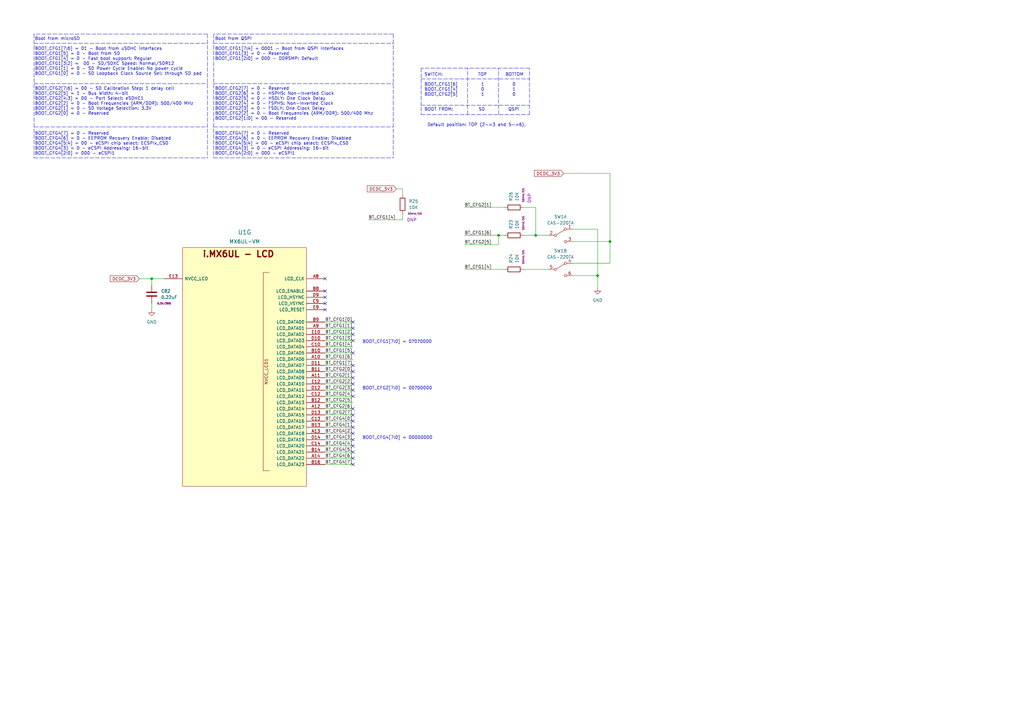
<source format=kicad_sch>
(kicad_sch (version 20211123) (generator eeschema)
  (paper "A3")
  (lib_symbols
    (symbol "Device:C" (pin_numbers hide) (pin_names (offset 0.254))
      (property "Reference" "C" (at 0.635 2.54 0))
      (property "Value" "C" (at 0.635 -2.54 0))
      (symbol "C_0_1"
        (polyline (pts (xy -2.032 -0.762) (xy 2.032 -0.762)) (stroke (width 0.508)))
        (polyline (pts (xy -2.032 0.762) (xy 2.032 0.762)) (stroke (width 0.508)))
      )
      (symbol "C_1_1"
        (pin passive line (at 0 3.81 270) (length 2.794) (name "~") (number "1"))
        (pin passive line (at 0 -3.81 90) (length 2.794) (name "~") (number "2"))
      )
    )
    (symbol "Device:R" (pin_numbers hide) (pin_names (offset 0))
      (property "Reference" "R" (at 2.032 0 90))
      (property "Value" "R" (at 0 0 90))
      (symbol "R_0_1"
        (rectangle (start -1.016 -2.54) (end 1.016 2.54) (stroke (width 0.254)))
      )
      (symbol "R_1_1"
        (pin passive line (at 0 3.81 270) (length 1.27) (name "~") (number "1"))
        (pin passive line (at 0 -3.81 90) (length 1.27) (name "~") (number "2"))
      )
    )
    (symbol "Switch:SW_DPDT_x2" (pin_names (offset 0) hide)
      (property "Reference" "SW" (at 0 4.318 0))
      (property "Value" "SW_DPDT_x2" (at 0 -5.08 0))
      (symbol "SW_DPDT_x2_0_0"
        (circle (center -2.032 0) (radius 0.508))
        (circle (center 2.032 -2.54) (radius 0.508))
      )
      (symbol "SW_DPDT_x2_0_1"
        (polyline (pts (xy -1.524 0.254) (xy 1.651 2.286)))
        (circle (center 2.032 2.54) (radius 0.508))
      )
      (symbol "SW_DPDT_x2_1_1"
        (pin passive line (at 5.08 2.54 180) (length 2.54) (name "A") (number "1"))
        (pin passive line (at -5.08 0 0) (length 2.54) (name "B") (number "2"))
        (pin passive line (at 5.08 -2.54 180) (length 2.54) (name "C") (number "3"))
      )
      (symbol "SW_DPDT_x2_2_1"
        (pin passive line (at 5.08 2.54 180) (length 2.54) (name "A") (number "4"))
        (pin passive line (at -5.08 0 0) (length 2.54) (name "B") (number "5"))
        (pin passive line (at 5.08 -2.54 180) (length 2.54) (name "C") (number "6"))
      )
    )
    (symbol "imx6ull-sbc:MX6UL-VM" (pin_names (offset 0.762))
      (property "Reference" "U" (at 7.62 5.08 0))
      (property "Value" "MX6UL-VM" (at -5.08 5.08 0))
      (symbol "MX6UL-VM_1_0"
        (text "i.MX6UL - POWER" (at 0 -2.54 0) (effects (font (size 2.54 2.54) bold)))
      )
      (symbol "MX6UL-VM_1_1"
        (rectangle (start -25.4 0) (end 25.4 -132.08) (fill (type background)))
        (pin power_in line (at -33.02 -68.58 0) (length 7.62) (name "VSS1") (number "A1"))
        (pin power_in line (at -33.02 -71.12 0) (length 7.62) (name "VSS2") (number "A17"))
        (pin power_in line (at -33.02 -78.74 0) (length 7.62) (name "VSS5") (number "C11"))
        (pin power_in line (at -33.02 -81.28 0) (length 7.62) (name "VSS6") (number "C15"))
        (pin power_in line (at -33.02 -73.66 0) (length 7.62) (name "VSS3") (number "C3"))
        (pin power_in line (at -33.02 -76.2 0) (length 7.62) (name "VSS4") (number "C7"))
        (pin power_in line (at -33.02 -86.36 0) (length 7.62) (name "VSS8") (number "E11"))
        (pin power_in line (at -33.02 -83.82 0) (length 7.62) (name "VSS7") (number "E8"))
        (pin power_in line (at -33.02 -99.06 0) (length 7.62) (name "VSS13") (number "F10"))
        (pin power_in line (at -33.02 -101.6 0) (length 7.62) (name "VSS14") (number "F11"))
        (pin power_in line (at -33.02 -104.14 0) (length 7.62) (name "VSS15") (number "F12"))
        (pin power_in line (at -33.02 -88.9 0) (length 7.62) (name "VSS9") (number "F6"))
        (pin power_in line (at -33.02 -91.44 0) (length 7.62) (name "VSS10") (number "F7"))
        (pin power_in line (at -33.02 -93.98 0) (length 7.62) (name "VSS11") (number "F8"))
        (pin power_in line (at -33.02 -96.52 0) (length 7.62) (name "VSS12") (number "F9"))
        (pin passive line (at 33.02 -10.16 180) (length 7.62) (name "VDD_ARM_CAP2") (number "G10"))
        (pin passive line (at 33.02 -12.7 180) (length 7.62) (name "VDD_ARM_CAP3") (number "G11"))
        (pin power_in line (at -33.02 -114.3 0) (length 7.62) (name "VSS19") (number "G12"))
        (pin power_in line (at -33.02 -116.84 0) (length 7.62) (name "VSS20") (number "G15"))
        (pin power_in line (at -33.02 -106.68 0) (length 7.62) (name "VSS16") (number "G3"))
        (pin power_in line (at -33.02 -109.22 0) (length 7.62) (name "VSS17") (number "G5"))
        (pin power_in line (at -33.02 -111.76 0) (length 7.62) (name "VSS18") (number "G7"))
        (pin power_out line (at 33.02 -20.32 180) (length 7.62) (name "VDD_SOC_CAP1") (number "G8"))
        (pin power_out line (at 33.02 -7.62 180) (length 7.62) (name "VDD_ARM_CAP1") (number "G9"))
        (pin power_in line (at -33.02 -15.24 0) (length 7.62) (name "VDD_SOC_IN2") (number "H10"))
        (pin passive line (at 33.02 -15.24 180) (length 7.62) (name "VDD_ARM_CAP4") (number "H11"))
        (pin power_in line (at -33.02 -121.92 0) (length 7.62) (name "VSS22") (number "H12"))
        (pin power_in line (at -33.02 -119.38 0) (length 7.62) (name "VSS21") (number "H7"))
        (pin passive line (at 33.02 -22.86 180) (length 7.62) (name "VDD_SOC_CAP2") (number "H8"))
        (pin power_in line (at -33.02 -12.7 0) (length 7.62) (name "VDD_SOC_IN1") (number "H9"))
        (pin power_in line (at -33.02 -20.32 0) (length 7.62) (name "VDD_SOC_IN4") (number "J10"))
        (pin passive line (at 33.02 -27.94 180) (length 7.62) (name "VDD_SOC_CAP4") (number "J11"))
        (pin power_in line (at 33.02 -121.92 180) (length 7.62) (name "VSS25") (number "J12"))
        (pin power_in line (at -33.02 -124.46 0) (length 7.62) (name "VSS23") (number "J5"))
        (pin power_in line (at 33.02 -124.46 180) (length 7.62) (name "VSS24") (number "J7"))
        (pin passive line (at 33.02 -25.4 180) (length 7.62) (name "VDD_SOC_CAP3") (number "J8"))
        (pin power_in line (at -33.02 -17.78 0) (length 7.62) (name "VDD_SOC_IN3") (number "J9"))
        (pin power_in line (at -33.02 -25.4 0) (length 7.62) (name "VDD_SOC_IN6") (number "K10"))
        (pin passive line (at 33.02 -33.02 180) (length 7.62) (name "VDD_SOC_CAP6") (number "K11"))
        (pin power_in line (at 33.02 -116.84 180) (length 7.62) (name "VSS27") (number "K12"))
        (pin power_in line (at 33.02 -119.38 180) (length 7.62) (name "VSS26") (number "K7"))
        (pin passive line (at 33.02 -30.48 180) (length 7.62) (name "VDD_SOC_CAP5") (number "K8"))
        (pin power_in line (at -33.02 -22.86 0) (length 7.62) (name "VDD_SOC_IN5") (number "K9"))
        (pin passive line (at 33.02 -40.64 180) (length 7.62) (name "VDD_SOC_CAP9") (number "L10"))
        (pin passive line (at 33.02 -43.18 180) (length 7.62) (name "VDD_SOC_CAP10") (number "L11"))
        (pin power_in line (at 33.02 -109.22 180) (length 7.62) (name "VSS30") (number "L12"))
        (pin power_in line (at 33.02 -114.3 180) (length 7.62) (name "VSS28") (number "L3"))
        (pin power_in line (at 33.02 -111.76 180) (length 7.62) (name "VSS29") (number "L7"))
        (pin passive line (at 33.02 -35.56 180) (length 7.62) (name "VDD_SOC_CAP7") (number "L8"))
        (pin passive line (at 33.02 -38.1 180) (length 7.62) (name "VDD_SOC_CAP8") (number "L9"))
        (pin power_in line (at 33.02 -99.06 180) (length 7.62) (name "VSS34") (number "M10"))
        (pin power_in line (at 33.02 -96.52 180) (length 7.62) (name "VSS35") (number "M11"))
        (pin power_in line (at -33.02 -66.04 0) (length 7.62) (name "NGND_KEL0") (number "M12"))
        (pin power_in line (at 33.02 -106.68 180) (length 7.62) (name "VSS31") (number "M7"))
        (pin power_in line (at 33.02 -104.14 180) (length 7.62) (name "VSS32") (number "M8"))
        (pin power_in line (at 33.02 -101.6 180) (length 7.62) (name "VSS33") (number "M9"))
        (pin power_out line (at 33.02 -60.96 180) (length 7.62) (name "VDD_SNVS_CAP") (number "N12"))
        (pin power_in line (at -33.02 -40.64 0) (length 7.62) (name "VDD_HIGH_IN") (number "N13"))
        (pin power_in line (at 33.02 -93.98 180) (length 7.62) (name "VSS36") (number "N3"))
        (pin power_in line (at 33.02 -91.44 180) (length 7.62) (name "VSS37") (number "N5"))
        (pin power_in line (at -33.02 -50.8 0) (length 7.62) (name "VDD_SNVS_IN") (number "P12"))
        (pin power_out line (at 33.02 -55.88 180) (length 7.62) (name "NVCC_PLL") (number "P13"))
        (pin power_in line (at 33.02 -81.28 180) (length 7.62) (name "VSS41") (number "R11"))
        (pin power_out line (at 33.02 -48.26 180) (length 7.62) (name "VDD_HIGH_CAP1") (number "R14"))
        (pin passive line (at 33.02 -50.8 180) (length 7.62) (name "VDD_HIGH_CAP2") (number "R15"))
        (pin power_in line (at 33.02 -78.74 180) (length 7.62) (name "VSS42") (number "R16"))
        (pin power_in line (at 33.02 -76.2 180) (length 7.62) (name "VSS43") (number "R17"))
        (pin power_in line (at 33.02 -88.9 180) (length 7.62) (name "VSS38") (number "R3"))
        (pin power_in line (at 33.02 -86.36 180) (length 7.62) (name "VSS39") (number "R5"))
        (pin power_in line (at 33.02 -83.82 180) (length 7.62) (name "VSS40") (number "R7"))
        (pin power_in line (at 33.02 -73.66 180) (length 7.62) (name "VSS44") (number "T14"))
        (pin power_in line (at 33.02 -71.12 180) (length 7.62) (name "VSS45") (number "U1"))
        (pin power_in line (at 33.02 -68.58 180) (length 7.62) (name "VSS46") (number "U14"))
        (pin power_in line (at 33.02 -66.04 180) (length 7.62) (name "VSS47") (number "U17"))
      )
      (symbol "MX6UL-VM_2_0"
        (text "i.MX6UL - DDR" (at -1.27 -2.54 0) (effects (font (size 2.54 2.54) bold)))
      )
      (symbol "MX6UL-VM_2_1"
        (rectangle (start -25.4 0) (end 25.4 -114.3) (fill (type background)))
        (pin output line (at 33.02 -73.66 180) (length 7.62) (name "DRAM_ODT1") (number "F1"))
        (pin output line (at -33.02 -48.26 0) (length 7.62) (name "DRAM_ADDR14") (number "G1"))
        (pin output line (at -33.02 -27.94 0) (length 7.62) (name "DRAM_ADDR06") (number "G2"))
        (pin output line (at -33.02 -91.44 0) (length 7.62) (name "DRAM_RESET") (number "G4"))
        (pin power_in line (at 33.02 -88.9 180) (length 7.62) (name "NVCC_DRAM1") (number "G6"))
        (pin output line (at -33.02 -58.42 0) (length 7.62) (name "DRAM_SDBA1") (number "H1"))
        (pin output line (at -33.02 -15.24 0) (length 7.62) (name "DRAM_ADDR01") (number "H2"))
        (pin output line (at -33.02 -45.72 0) (length 7.62) (name "DRAM_ADDR13") (number "H3"))
        (pin output line (at -33.02 -30.48 0) (length 7.62) (name "DRAM_ADDR07") (number "H4"))
        (pin output inverted (at -33.02 -68.58 0) (length 7.62) (name "~{DRAM_CS1}") (number "H5"))
        (pin power_in line (at 33.02 -91.44 180) (length 7.62) (name "NVCC_DRAM2") (number "H6"))
        (pin output inverted (at -33.02 -78.74 0) (length 7.62) (name "~{DRAM_SDWE}") (number "J1"))
        (pin output inverted (at -33.02 -76.2 0) (length 7.62) (name "~{DRAM_CAS}") (number "J2"))
        (pin output line (at 33.02 -81.28 180) (length 7.62) (name "DRAM_SDCKE1") (number "J3"))
        (pin output line (at -33.02 -33.02 0) (length 7.62) (name "DRAM_ADDR08") (number "J4"))
        (pin power_in line (at 33.02 -93.98 180) (length 7.62) (name "NVCC_DRAM3") (number "J6"))
        (pin output line (at -33.02 -17.78 0) (length 7.62) (name "DRAM_ADDR02") (number "K1"))
        (pin output line (at -33.02 -60.96 0) (length 7.62) (name "DRAM_SDBA2") (number "K2"))
        (pin output line (at -33.02 -40.64 0) (length 7.62) (name "DRAM_ADDR11") (number "K3"))
        (pin output line (at -33.02 -22.86 0) (length 7.62) (name "DRAM_ADDR04") (number "K4"))
        (pin output line (at -33.02 -50.8 0) (length 7.62) (name "DRAM_ADDR15") (number "K5"))
        (pin power_in line (at 33.02 -96.52 180) (length 7.62) (name "NVCC_DRAM4") (number "K6"))
        (pin output line (at -33.02 -25.4 0) (length 7.62) (name "DRAM_ADDR05") (number "L1"))
        (pin output line (at -33.02 -35.56 0) (length 7.62) (name "DRAM_ADDR09") (number "L2"))
        (pin output line (at -33.02 -43.18 0) (length 7.62) (name "DRAM_ADDR12") (number "L4"))
        (pin output line (at -33.02 -12.7 0) (length 7.62) (name "DRAM_ADDR00") (number "L5"))
        (pin power_in line (at 33.02 -99.06 180) (length 7.62) (name "NVCC_DRAM5") (number "L6"))
        (pin output line (at -33.02 -55.88 0) (length 7.62) (name "DRAM_SDBA0") (number "M1"))
        (pin output line (at -33.02 -20.32 0) (length 7.62) (name "DRAM_ADDR03") (number "M2"))
        (pin output line (at 33.02 -83.82 180) (length 7.62) (name "DRAM_SDCKE0") (number "M3"))
        (pin output line (at -33.02 -38.1 0) (length 7.62) (name "DRAM_ADDR10") (number "M4"))
        (pin output inverted (at -33.02 -73.66 0) (length 7.62) (name "~{DRAM_RAS}") (number "M5"))
        (pin power_in line (at 33.02 -101.6 180) (length 7.62) (name "NVCC_DRAM6") (number "M6"))
        (pin output line (at 33.02 -76.2 180) (length 7.62) (name "DRAM_ODT0") (number "N1"))
        (pin output inverted (at -33.02 -66.04 0) (length 7.62) (name "~{DRAM_CS0}") (number "N2"))
        (pin input line (at -33.02 -96.52 0) (length 7.62) (name "DRAM_ZQPAD") (number "N4"))
        (pin power_in line (at -33.02 -101.6 0) (length 7.62) (name "NVCC_DRAM_2P5") (number "N6"))
        (pin output line (at -33.02 -83.82 0) (length 7.62) (name "DRAM_SDCLK0_P") (number "P1"))
        (pin output line (at -33.02 -86.36 0) (length 7.62) (name "DRAM_SDCLK0_N") (number "P2"))
        (pin bidirectional line (at 33.02 -55.88 180) (length 7.62) (name "DRAM_DATA13") (number "P3"))
        (pin power_in line (at -33.02 -106.68 0) (length 7.62) (name "DRAM_VREF") (number "P4"))
        (pin bidirectional line (at 33.02 -53.34 180) (length 7.62) (name "DRAM_DATA12") (number "P5"))
        (pin output line (at 33.02 -33.02 180) (length 7.62) (name "DRAM_SDQS0_P") (number "P6"))
        (pin output line (at 33.02 -35.56 180) (length 7.62) (name "DRAM_SDQS0_N") (number "P7"))
        (pin bidirectional line (at 33.02 -60.96 180) (length 7.62) (name "DRAM_DATA15") (number "R1"))
        (pin bidirectional line (at 33.02 -58.42 180) (length 7.62) (name "DRAM_DATA14") (number "R2"))
        (pin bidirectional line (at 33.02 -50.8 180) (length 7.62) (name "DRAM_DATA11") (number "R4"))
        (pin output line (at 33.02 -63.5 180) (length 7.62) (name "DRAM_SDQS1_P") (number "T1"))
        (pin output line (at 33.02 -66.04 180) (length 7.62) (name "DRAM_SDQS1_N") (number "T2"))
        (pin output line (at 33.02 -68.58 180) (length 7.62) (name "DRAM_DQM1") (number "T3"))
        (pin bidirectional line (at 33.02 -12.7 180) (length 7.62) (name "DRAM_DATA00") (number "T4"))
        (pin bidirectional line (at 33.02 -27.94 180) (length 7.62) (name "DRAM_DATA06") (number "T5"))
        (pin bidirectional line (at 33.02 -17.78 180) (length 7.62) (name "DRAM_DATA02") (number "T6"))
        (pin output line (at 33.02 -38.1 180) (length 7.62) (name "DRAM_DQM0") (number "T7"))
        (pin bidirectional line (at 33.02 -25.4 180) (length 7.62) (name "DRAM_DATA05") (number "T8"))
        (pin bidirectional line (at 33.02 -43.18 180) (length 7.62) (name "DRAM_DATA08") (number "U2"))
        (pin bidirectional line (at 33.02 -45.72 180) (length 7.62) (name "DRAM_DATA09") (number "U3"))
        (pin bidirectional line (at 33.02 -30.48 180) (length 7.62) (name "DRAM_DATA07") (number "U4"))
        (pin bidirectional line (at 33.02 -48.26 180) (length 7.62) (name "DRAM_DATA10") (number "U5"))
        (pin bidirectional line (at 33.02 -15.24 180) (length 7.62) (name "DRAM_DATA01") (number "U6"))
        (pin bidirectional line (at 33.02 -20.32 180) (length 7.62) (name "DRAM_DATA03") (number "U7"))
        (pin bidirectional line (at 33.02 -22.86 180) (length 7.62) (name "DRAM_DATA04") (number "U8"))
      )
      (symbol "MX6UL-VM_3_0"
        (text "i.MX6UL - NAND" (at -2.54 -2.54 0) (effects (font (size 2.54 2.54) bold)))
        (text "NVCC_NAND" (at 8.89 -34.29 900) (effects (font (size 1.27 1.27))))
      )
      (symbol "MX6UL-VM_3_1"
        (rectangle (start -25.4 0) (end 25.4 -64.77) (fill (type background)))
        (polyline (pts (xy 10.16 -10.16) (xy 7.62 -10.16) (xy 7.62 -60.96) (xy 10.16 -60.96)))
        (pin input inverted (at 33.02 -33.02 180) (length 7.62) (name "~{NAND_READY}") (number "A3"))
        (pin input line (at 33.02 -22.86 180) (length 7.62) (name "NAND_CLE") (number "A4"))
        (pin bidirectional line (at 33.02 -58.42 180) (length 7.62) (name "NAND_DATA07") (number "A5"))
        (pin bidirectional line (at 33.02 -55.88 180) (length 7.62) (name "NAND_DATA06") (number "A6"))
        (pin bidirectional line (at 33.02 -45.72 180) (length 7.62) (name "NAND_DATA02") (number "A7"))
        (pin input line (at 33.02 -20.32 180) (length 7.62) (name "NAND_ALE") (number "B4"))
        (pin input inverted (at 33.02 -15.24 180) (length 7.62) (name "~{NAND_CE1}") (number "B5"))
        (pin bidirectional line (at 33.02 -53.34 180) (length 7.62) (name "NAND_DATA05") (number "B6"))
        (pin bidirectional line (at 33.02 -43.18 180) (length 7.62) (name "NAND_DATA01") (number "B7"))
        (pin input inverted (at 33.02 -12.7 180) (length 7.62) (name "~{NAND_CE0}") (number "C5"))
        (pin bidirectional line (at 33.02 -50.8 180) (length 7.62) (name "NAND_DATA04") (number "C6"))
        (pin input inverted (at 33.02 -27.94 180) (length 7.62) (name "~{NAND_WE}") (number "C8"))
        (pin input inverted (at 33.02 -30.48 180) (length 7.62) (name "~{NAND_WP}") (number "D5"))
        (pin bidirectional line (at 33.02 -48.26 180) (length 7.62) (name "NAND_DATA03") (number "D6"))
        (pin bidirectional line (at 33.02 -40.64 180) (length 7.62) (name "NAND_DATA00") (number "D7"))
        (pin input inverted (at 33.02 -25.4 180) (length 7.62) (name "~{NAND_RE}") (number "D8"))
        (pin input line (at 33.02 -35.56 180) (length 7.62) (name "NAND_DQS") (number "E6"))
        (pin power_in line (at -33.02 -12.7 0) (length 7.62) (name "NVCC_NAND") (number "E7"))
      )
      (symbol "MX6UL-VM_4_0"
        (text "i.MX6UL - CSI" (at -2.54 -2.54 0) (effects (font (size 2.54 2.54) bold)))
        (text "NVCC_CSI" (at 8.89 -29.21 900) (effects (font (size 1.27 1.27))))
      )
      (symbol "MX6UL-VM_4_1"
        (rectangle (start -25.4 0) (end 25.4 -55.88) (fill (type background)))
        (polyline (pts (xy 10.16 -10.16) (xy 7.62 -10.16) (xy 7.62 -48.26) (xy 8.89 -48.26) (xy 10.16 -48.26)))
        (pin bidirectional line (at 33.02 -45.72 180) (length 7.62) (name "CSI_DATA07") (number "D1"))
        (pin bidirectional line (at 33.02 -43.18 180) (length 7.62) (name "CSI_DATA06") (number "D2"))
        (pin bidirectional line (at 33.02 -40.64 180) (length 7.62) (name "CSI_DATA05") (number "D3"))
        (pin bidirectional line (at 33.02 -38.1 180) (length 7.62) (name "CSI_DATA04") (number "D4"))
        (pin bidirectional line (at 33.02 -35.56 180) (length 7.62) (name "CSI_DATA03") (number "E1"))
        (pin bidirectional line (at 33.02 -33.02 180) (length 7.62) (name "CSI_DATA02") (number "E2"))
        (pin bidirectional line (at 33.02 -30.48 180) (length 7.62) (name "CSI_DATA01") (number "E3"))
        (pin bidirectional line (at 33.02 -27.94 180) (length 7.62) (name "CSI_DATA00") (number "E4"))
        (pin input line (at 33.02 -15.24 180) (length 7.62) (name "CSI_PIXCLK") (number "E5"))
        (pin input line (at 33.02 -20.32 180) (length 7.62) (name "CSI_VSYNC") (number "F2"))
        (pin input line (at 33.02 -22.86 180) (length 7.62) (name "CSI_HSYNC") (number "F3"))
        (pin power_in line (at -33.02 -12.7 0) (length 7.62) (name "NVCC_CSI") (number "F4"))
        (pin input line (at 33.02 -12.7 180) (length 7.62) (name "CSI_MCLK") (number "F5"))
      )
      (symbol "MX6UL-VM_5_0"
        (text "i.MX6UL - GPIO" (at -2.54 -2.54 0) (effects (font (size 2.54 2.54) bold)))
        (text "NVCC_GPIO" (at 8.89 -24.13 900) (effects (font (size 1.27 1.27))))
      )
      (symbol "MX6UL-VM_5_1"
        (rectangle (start -25.4 0) (end 25.4 -46.99) (fill (type background)))
        (polyline (pts (xy 10.16 -10.16) (xy 7.62 -10.16) (xy 7.62 -38.1) (xy 8.89 -38.1) (xy 10.16 -38.1)))
        (pin power_in line (at -33.02 -12.7 0) (length 7.62) (name "NVCC_GPIO") (number "J13"))
        (pin bidirectional line (at 33.02 -12.7 180) (length 7.62) (name "GPIO1_IO00") (number "K13"))
        (pin bidirectional line (at 33.02 -27.94 180) (length 7.62) (name "GPIO1_IO06") (number "K17"))
        (pin bidirectional line (at 33.02 -17.78 180) (length 7.62) (name "GPIO1_IO02") (number "L14"))
        (pin bidirectional line (at 33.02 -15.24 180) (length 7.62) (name "GPIO1_IO01") (number "L15"))
        (pin bidirectional line (at 33.02 -30.48 180) (length 7.62) (name "GPIO1_IO07") (number "L16"))
        (pin bidirectional line (at 33.02 -20.32 180) (length 7.62) (name "GPIO1_IO03") (number "L17"))
        (pin bidirectional line (at 33.02 -35.56 180) (length 7.62) (name "GPIO1_IO09") (number "M15"))
        (pin bidirectional line (at 33.02 -22.86 180) (length 7.62) (name "GPIO1_IO04") (number "M16"))
        (pin bidirectional line (at 33.02 -25.4 180) (length 7.62) (name "GPIO1_IO05") (number "M17"))
        (pin bidirectional line (at 33.02 -33.02 180) (length 7.62) (name "GPIO1_IO08") (number "N17"))
      )
      (symbol "MX6UL-VM_6_0"
        (text "i.MX6UL - ENET" (at -2.54 -2.54 0) (effects (font (size 2.54 2.54) bold)))
        (text "NVCC_ENET" (at 6.35 -35.56 900) (effects (font (size 1.27 1.27))))
      )
      (symbol "MX6UL-VM_6_1"
        (rectangle (start -25.4 0) (end 25.4 -59.69) (fill (type background)))
        (polyline (pts (xy 7.62 -10.16) (xy 5.08 -10.16) (xy 5.08 -55.88) (xy 7.62 -55.88)))
        (pin bidirectional line (at 33.02 -35.56 180) (length 7.62) (name "ENET2_TX_DATA0") (number "A15"))
        (pin bidirectional line (at 33.02 -38.1 180) (length 7.62) (name "ENET2_TX_DATA1") (number "A16"))
        (pin bidirectional line (at 33.02 -40.64 180) (length 7.62) (name "ENET2_TX_EN") (number "B15"))
        (pin bidirectional line (at 33.02 -53.34 180) (length 7.62) (name "ENET2_RX_EN") (number "B17"))
        (pin bidirectional line (at 33.02 -48.26 180) (length 7.62) (name "ENET2_RX_DATA1") (number "C16"))
        (pin bidirectional line (at 33.02 -45.72 180) (length 7.62) (name "ENET2_RX_DATA0") (number "C17"))
        (pin bidirectional line (at 33.02 -27.94 180) (length 7.62) (name "ENET1_RX_ER") (number "D15"))
        (pin bidirectional line (at 33.02 -50.8 180) (length 7.62) (name "ENET2_RX_ER") (number "D16"))
        (pin bidirectional line (at 33.02 -43.18 180) (length 7.62) (name "ENET2_TX_CLK") (number "D17"))
        (pin bidirectional line (at 33.02 -15.24 180) (length 7.62) (name "ENET1_TX_DATA1") (number "E14"))
        (pin bidirectional line (at 33.02 -12.7 180) (length 7.62) (name "ENET1_TX_DATA0") (number "E15"))
        (pin bidirectional line (at 33.02 -30.48 180) (length 7.62) (name "ENET1_RX_EN") (number "E16"))
        (pin bidirectional line (at 33.02 -25.4 180) (length 7.62) (name "ENET1_RX_DATA1") (number "E17"))
        (pin power_in line (at -33.02 -12.7 0) (length 7.62) (name "NVCC_ENET") (number "F13"))
        (pin bidirectional line (at 33.02 -20.32 180) (length 7.62) (name "ENET1_TX_CLK") (number "F14"))
        (pin bidirectional line (at 33.02 -17.78 180) (length 7.62) (name "ENET1_TX_EN") (number "F15"))
        (pin bidirectional line (at 33.02 -22.86 180) (length 7.62) (name "ENET1_RX_DATA0") (number "F16"))
      )
      (symbol "MX6UL-VM_7_0"
        (text "i.MX6UL - LCD" (at -2.54 -2.54 0) (effects (font (size 2.54 2.54) bold)))
        (text "NVCC_LCD1" (at 8.89 -50.8 900) (effects (font (size 1.27 1.27))))
      )
      (symbol "MX6UL-VM_7_1"
        (rectangle (start -25.4 0) (end 25.4 -97.79) (fill (type background)))
        (polyline (pts (xy 10.16 -10.16) (xy 7.62 -10.16) (xy 7.62 -91.44) (xy 10.16 -91.44)))
        (pin bidirectional line (at 33.02 -45.72 180) (length 7.62) (name "LCD_DATA06") (number "A10"))
        (pin bidirectional line (at 33.02 -53.34 180) (length 7.62) (name "LCD_DATA09") (number "A11"))
        (pin bidirectional line (at 33.02 -66.04 180) (length 7.62) (name "LCD_DATA14") (number "A12"))
        (pin bidirectional line (at 33.02 -76.2 180) (length 7.62) (name "LCD_DATA18") (number "A13"))
        (pin bidirectional line (at 33.02 -86.36 180) (length 7.62) (name "LCD_DATA22") (number "A14"))
        (pin bidirectional line (at 33.02 -12.7 180) (length 7.62) (name "LCD_CLK") (number "A8"))
        (pin bidirectional line (at 33.02 -33.02 180) (length 7.62) (name "LCD_DATA01") (number "A9"))
        (pin bidirectional line (at 33.02 -43.18 180) (length 7.62) (name "LCD_DATA05") (number "B10"))
        (pin bidirectional line (at 33.02 -50.8 180) (length 7.62) (name "LCD_DATA08") (number "B11"))
        (pin bidirectional line (at 33.02 -63.5 180) (length 7.62) (name "LCD_DATA13") (number "B12"))
        (pin bidirectional line (at 33.02 -73.66 180) (length 7.62) (name "LCD_DATA17") (number "B13"))
        (pin bidirectional line (at 33.02 -83.82 180) (length 7.62) (name "LCD_DATA21") (number "B14"))
        (pin bidirectional line (at 33.02 -88.9 180) (length 7.62) (name "LCD_DATA23") (number "B16"))
        (pin bidirectional line (at 33.02 -17.78 180) (length 7.62) (name "LCD_ENABLE") (number "B8"))
        (pin bidirectional line (at 33.02 -30.48 180) (length 7.62) (name "LCD_DATA00") (number "B9"))
        (pin bidirectional line (at 33.02 -40.64 180) (length 7.62) (name "LCD_DATA04") (number "C10"))
        (pin bidirectional line (at 33.02 -60.96 180) (length 7.62) (name "LCD_DATA12") (number "C12"))
        (pin bidirectional line (at 33.02 -71.12 180) (length 7.62) (name "LCD_DATA16") (number "C13"))
        (pin bidirectional line (at 33.02 -81.28 180) (length 7.62) (name "LCD_DATA20") (number "C14"))
        (pin bidirectional line (at 33.02 -22.86 180) (length 7.62) (name "LCD_VSYNC") (number "C9"))
        (pin bidirectional line (at 33.02 -38.1 180) (length 7.62) (name "LCD_DATA03") (number "D10"))
        (pin bidirectional line (at 33.02 -48.26 180) (length 7.62) (name "LCD_DATA07") (number "D11"))
        (pin bidirectional line (at 33.02 -58.42 180) (length 7.62) (name "LCD_DATA11") (number "D12"))
        (pin bidirectional line (at 33.02 -68.58 180) (length 7.62) (name "LCD_DATA15") (number "D13"))
        (pin bidirectional line (at 33.02 -78.74 180) (length 7.62) (name "LCD_DATA19") (number "D14"))
        (pin bidirectional line (at 33.02 -20.32 180) (length 7.62) (name "LCD_HSYNC") (number "D9"))
        (pin bidirectional line (at 33.02 -35.56 180) (length 7.62) (name "LCD_DATA02") (number "E10"))
        (pin bidirectional line (at 33.02 -55.88 180) (length 7.62) (name "LCD_DATA10") (number "E12"))
        (pin power_in line (at -33.02 -12.7 0) (length 7.62) (name "NVCC_LCD") (number "E13"))
        (pin bidirectional line (at 33.02 -25.4 180) (length 7.62) (name "LCD_RESET") (number "E9"))
      )
      (symbol "MX6UL-VM_8_0"
        (text "i.MX6UL - USB" (at -2.54 -2.54 0) (effects (font (size 2.54 2.54) bold)))
      )
      (symbol "MX6UL-VM_8_1"
        (rectangle (start -25.4 0) (end 25.4 -48.26) (fill (type background)))
        (pin power_out line (at 33.02 -26.67 180) (length 7.62) (name "VDD_USB_CAP") (number "R12"))
        (pin power_in line (at -33.02 -12.7 0) (length 7.62) (name "USB_OTG1_VBUS") (number "T12"))
        (pin bidirectional line (at 33.02 -35.56 180) (length 7.62) (name "USB_OTG2_DN") (number "T13"))
        (pin bidirectional line (at 33.02 -12.7 180) (length 7.62) (name "USB_OTG1_DN") (number "T15"))
        (pin power_in line (at -33.02 -35.56 0) (length 7.62) (name "USB_OTG2_VBUS") (number "U12"))
        (pin bidirectional line (at 33.02 -38.1 180) (length 7.62) (name "USB_OTG2_DP") (number "U13"))
        (pin bidirectional line (at 33.02 -15.24 180) (length 7.62) (name "USB_OTG1_DP") (number "U15"))
        (pin bidirectional inverted (at 33.02 -17.78 180) (length 7.62) (name "~{USB_OTG1_CHD}") (number "U16"))
      )
      (symbol "MX6UL-VM_9_0"
        (text "i.MX6UL - SD" (at 0 -2.54 0) (effects (font (size 2.54 2.54) bold)))
        (text "NVCC_SD1" (at 10.16 -20.32 900) (effects (font (size 1.27 1.27))))
      )
      (symbol "MX6UL-VM_9_1"
        (rectangle (start -25.4 0) (end 25.4 -38.1) (fill (type background)))
        (polyline (pts (xy 11.43 -10.16) (xy 8.89 -10.16) (xy 8.89 -30.48) (xy 11.43 -30.48)))
        (pin bidirectional line (at 33.02 -27.94 180) (length 7.62) (name "SD1_DATA3") (number "A2"))
        (pin bidirectional line (at 33.02 -25.4 180) (length 7.62) (name "SD1_DATA2") (number "B1"))
        (pin bidirectional line (at 33.02 -22.86 180) (length 7.62) (name "SD1_DATA1") (number "B2"))
        (pin bidirectional line (at 33.02 -20.32 180) (length 7.62) (name "SD1_DATA0") (number "B3"))
        (pin bidirectional line (at 33.02 -12.7 180) (length 7.62) (name "SD1_CLK") (number "C1"))
        (pin bidirectional line (at 33.02 -15.24 180) (length 7.62) (name "SD1_CMD") (number "C2"))
        (pin power_in line (at -33.02 -12.7 0) (length 7.62) (name "NVCC_SD1") (number "C4"))
      )
      (symbol "MX6UL-VM_10_0"
        (text "i.MX6UL - ADC" (at 0 -2.54 0) (effects (font (size 2.54 2.54) bold)))
      )
      (symbol "MX6UL-VM_10_1"
        (rectangle (start -25.4 0) (end 25.4 -38.1) (fill (type background)))
        (pin power_in line (at -33.02 -12.7 0) (length 7.62) (name "VDDA_ADC_3P3") (number "L13"))
        (pin power_in line (at -33.02 -22.86 0) (length 7.62) (name "ADC_VREFH") (number "M13"))
      )
      (symbol "MX6UL-VM_11_0"
        (polyline (pts (xy -17.78 -67.31) (xy -15.24 -67.31) (xy -15.24 -77.47) (xy -17.78 -77.47)))
        (polyline (pts (xy -15.24 -105.41) (xy -12.7 -105.41) (xy -12.7 -118.11) (xy -15.24 -118.11)))
        (polyline (pts (xy -12.7 -81.28) (xy -10.16 -81.28) (xy -10.16 -99.06) (xy -12.7 -99.06)))
        (polyline (pts (xy -5.08 -10.16) (xy -2.54 -10.16) (xy -2.54 -63.5) (xy -5.08 -63.5)))
        (polyline (pts (xy 7.62 -60.96) (xy 5.08 -60.96) (xy 5.08 -114.3) (xy 7.62 -114.3)))
        (text "i.MX6UL - CONTROL" (at 1.27 -2.54 0) (effects (font (size 2.54 2.54) bold)))
        (text "NVCC_GPIO" (at 10.16 -19.05 900) (effects (font (size 1.27 1.27))))
        (text "NVCC_PLL" (at -16.51 -72.39 900) (effects (font (size 1.27 1.27))))
        (text "NVCC_UART" (at 6.35 -86.36 900) (effects (font (size 1.27 1.27))))
        (text "VDD_SNVS_CAP" (at -11.43 -90.17 900) (effects (font (size 1.27 1.27))))
        (text "VDD_SNVS_IN" (at -3.81 -36.83 900) (effects (font (size 1.27 1.27))))
        (text "VDDHIGH_CAP" (at 10.16 -39.37 900) (effects (font (size 1.27 1.27))))
        (text "VDDHIGH_IN" (at -13.97 -111.76 900) (effects (font (size 1.27 1.27))))
      )
      (symbol "MX6UL-VM_11_1"
        (rectangle (start -25.4 0) (end 25.4 -121.92) (fill (type background)))
        (polyline (pts (xy 11.43 -31.75) (xy 8.89 -31.75) (xy 8.89 -46.99) (xy 10.16 -46.99) (xy 11.43 -46.99)))
        (polyline (pts (xy 11.43 -10.16) (xy 8.89 -10.16) (xy 8.89 -27.94) (xy 10.16 -27.94) (xy 11.43 -27.94)))
        (pin bidirectional line (at 33.02 -109.22 180) (length 7.62) (name "UART5_TX_DATA") (number "F17"))
        (pin bidirectional line (at 33.02 -111.76 180) (length 7.62) (name "UART5_RX_DATA") (number "G13"))
        (pin bidirectional inverted (at 33.02 -93.98 180) (length 7.62) (name "~{UART3_RTS}") (number "G14"))
        (pin bidirectional line (at 33.02 -104.14 180) (length 7.62) (name "UART4_RX_DATA") (number "G16"))
        (pin bidirectional line (at 33.02 -101.6 180) (length 7.62) (name "UART4_TX_DATA") (number "G17"))
        (pin power_in line (at 33.02 -53.34 180) (length 7.62) (name "NVCC_UART") (number "H13"))
        (pin bidirectional inverted (at 33.02 -81.28 180) (length 7.62) (name "~{UART2_RTS}") (number "H14"))
        (pin bidirectional inverted (at 33.02 -96.52 180) (length 7.62) (name "~{UART3_CTS}") (number "H15"))
        (pin bidirectional line (at 33.02 -91.44 180) (length 7.62) (name "UART3_RX_DATA") (number "H16"))
        (pin bidirectional line (at 33.02 -88.9 180) (length 7.62) (name "UART3_TX_DATA") (number "H17"))
        (pin bidirectional inverted (at 33.02 -68.58 180) (length 7.62) (name "~{UART1_RTS}") (number "J14"))
        (pin bidirectional inverted (at 33.02 -83.82 180) (length 7.62) (name "~{UART2_CTS}") (number "J15"))
        (pin bidirectional line (at 33.02 -78.74 180) (length 7.62) (name "UART2_RX_DATA") (number "J16"))
        (pin bidirectional line (at 33.02 -76.2 180) (length 7.62) (name "UART2_TX_DATA") (number "J17"))
        (pin bidirectional line (at 33.02 -63.5 180) (length 7.62) (name "UART1_TX_DATA") (number "K14"))
        (pin bidirectional inverted (at 33.02 -71.12 180) (length 7.62) (name "~{UART1_CTS}") (number "K15"))
        (pin bidirectional line (at 33.02 -66.04 180) (length 7.62) (name "UART1_RX_DATA") (number "K16"))
        (pin bidirectional line (at 33.02 -12.7 180) (length 7.62) (name "JTAG_TCK") (number "M14"))
        (pin input line (at -33.02 -48.26 0) (length 7.62) (name "SNVS_TAMPER7") (number "N10"))
        (pin input line (at -33.02 -45.72 0) (length 7.62) (name "SNVS_TAMPER6") (number "N11"))
        (pin input inverted (at 33.02 -22.86 180) (length 7.62) (name "~{JTAG_TRST}") (number "N14"))
        (pin bidirectional line (at 33.02 -20.32 180) (length 7.62) (name "JTAG_TDO") (number "N15"))
        (pin input line (at 33.02 -17.78 180) (length 7.62) (name "JTAG_TDI") (number "N16"))
        (pin input line (at -33.02 -25.4 0) (length 7.62) (name "TEST_MODE") (number "N7"))
        (pin input line (at -33.02 -43.18 0) (length 7.62) (name "SNVS_TAMPER5") (number "N8"))
        (pin input line (at -33.02 -50.8 0) (length 7.62) (name "SNVS_TAMPER8") (number "N9"))
        (pin input line (at -33.02 -38.1 0) (length 7.62) (name "SNVS_TAMPER3") (number "P10"))
        (pin input line (at -33.02 -35.56 0) (length 7.62) (name "SNVS_TAMPER2") (number "P11"))
        (pin bidirectional line (at 33.02 -15.24 180) (length 7.62) (name "JTAG_TMS") (number "P14"))
        (pin bidirectional line (at 33.02 -25.4 180) (length 7.62) (name "JTAG_MOD") (number "P15"))
        (pin bidirectional line (at 33.02 -38.1 180) (length 7.62) (name "CCM_CLK1_N") (number "P16"))
        (pin bidirectional line (at 33.02 -40.64 180) (length 7.62) (name "CCM_CLK1_P") (number "P17"))
        (pin input inverted (at -33.02 -15.24 0) (length 7.62) (name "~{POR}") (number "P8"))
        (pin input line (at -33.02 -40.64 0) (length 7.62) (name "SNVS_TAMPER4") (number "P9"))
        (pin input line (at -33.02 -30.48 0) (length 7.62) (name "SNVS_TAMPER0") (number "R10"))
        (pin power_in line (at -33.02 -111.76 0) (length 7.62) (name "GPANAIO") (number "R13"))
        (pin input line (at -33.02 -53.34 0) (length 7.62) (name "SNVS_TAMPER9") (number "R6"))
        (pin input line (at -33.02 -12.7 0) (length 7.62) (name "ONOFF") (number "R8"))
        (pin input line (at -33.02 -33.02 0) (length 7.62) (name "SNVS_TAMPER1") (number "R9"))
        (pin input line (at -33.02 -20.32 0) (length 7.62) (name "BOOT_MODE0") (number "T10"))
        (pin input line (at -33.02 -88.9 0) (length 7.62) (name "RTC_XTALI") (number "T11"))
        (pin input line (at -33.02 -71.12 0) (length 7.62) (name "XTALI") (number "T16"))
        (pin input line (at -33.02 -73.66 0) (length 7.62) (name "XTALO") (number "T17"))
        (pin input line (at -33.02 -60.96 0) (length 7.62) (name "SNVS_PMIC_ON_REQ") (number "T9"))
        (pin input line (at -33.02 -22.86 0) (length 7.62) (name "BOOT_MODE1") (number "U10"))
        (pin input line (at -33.02 -91.44 0) (length 7.62) (name "RTC_XTALO") (number "U11"))
        (pin input line (at -33.02 -58.42 0) (length 7.62) (name "CCM_PMIC_STBY_REQ") (number "U9"))
      )
    )
    (symbol "power:GND" (power) (pin_names (offset 0))
      (property "Value" "GND" (at 0 -3.81 0))
      (symbol "GND_0_1"
        (polyline (pts (xy 0 0) (xy 0 -1.27) (xy 1.27 -1.27) (xy 0 -2.54) (xy -1.27 -1.27) (xy 0 -1.27)))
      )
      (symbol "GND_1_1"
        (pin power_in line (at 0 0 270) (length 0) hide (name "GND") (number "1"))
      )
    )
  )
  (junction (at 245.11 113.03))
  (junction (at 250.19 99.06))
  (junction (at 204.47 96.52))
  (junction (at 219.71 96.52))
  (junction (at 62.23 114.3))
  (no_connect (at 144.78 187.96))
  (no_connect (at 144.78 180.34))
  (no_connect (at 144.78 172.72))
  (no_connect (at 144.78 190.5))
  (no_connect (at 144.78 157.48))
  (no_connect (at 144.78 149.86))
  (no_connect (at 133.35 121.92))
  (no_connect (at 133.35 119.38))
  (no_connect (at 133.35 114.3))
  (no_connect (at 133.35 127))
  (no_connect (at 133.35 124.46))
  (no_connect (at 144.78 175.26))
  (no_connect (at 144.78 154.94))
  (no_connect (at 144.78 185.42))
  (no_connect (at 144.78 170.18))
  (no_connect (at 144.78 177.8))
  (no_connect (at 144.78 162.56))
  (no_connect (at 144.78 167.64))
  (no_connect (at 144.78 144.78))
  (no_connect (at 144.78 160.02))
  (no_connect (at 144.78 182.88))
  (no_connect (at 144.78 152.4))
  (no_connect (at 144.78 132.08))
  (no_connect (at 144.78 139.7))
  (no_connect (at 144.78 134.62))
  (no_connect (at 144.78 137.16))
  (wire (pts (xy 245.11 93.98) (xy 245.11 113.03)))
  (polyline (pts (xy 87.63 17.78) (xy 161.29 17.78)))
  (wire (pts (xy 204.47 100.33) (xy 204.47 96.52)))
  (wire (pts (xy 204.47 96.52) (xy 207.01 96.52)))
  (wire (pts (xy 190.5 100.33) (xy 204.47 100.33)))
  (wire (pts (xy 144.78 147.32) (xy 133.35 147.32)))
  (polyline (pts (xy 191.77 46.99) (xy 191.77 27.94)))
  (polyline (pts (xy 85.09 13.97) (xy 13.97 13.97)))
  (wire (pts (xy 133.35 162.56) (xy 144.78 162.56)))
  (wire (pts (xy 133.35 182.88) (xy 144.78 182.88)))
  (polyline (pts (xy 13.97 13.97) (xy 13.97 64.77)))
  (wire (pts (xy 190.5 85.09) (xy 207.01 85.09)))
  (wire (pts (xy 57.15 114.3) (xy 62.23 114.3)))
  (wire (pts (xy 214.63 110.49) (xy 224.79 110.49)))
  (polyline (pts (xy 161.29 13.97) (xy 161.29 64.77)))
  (wire (pts (xy 245.11 113.03) (xy 234.95 113.03)))
  (wire (pts (xy 245.11 118.11) (xy 245.11 113.03)))
  (wire (pts (xy 133.35 137.16) (xy 144.78 137.16)))
  (wire (pts (xy 62.23 124.46) (xy 62.23 127)))
  (wire (pts (xy 190.5 110.49) (xy 207.01 110.49)))
  (wire (pts (xy 133.35 154.94) (xy 144.78 154.94)))
  (polyline (pts (xy 172.72 27.94) (xy 172.72 46.99)))
  (polyline (pts (xy 172.72 43.18) (xy 217.17 43.18)))
  (wire (pts (xy 133.35 152.4) (xy 144.78 152.4)))
  (polyline (pts (xy 172.72 46.99) (xy 217.17 46.99)))
  (polyline (pts (xy 13.97 52.07) (xy 85.09 52.07)))
  (polyline (pts (xy 87.63 64.77) (xy 161.29 64.77)))
  (wire (pts (xy 133.35 170.18) (xy 144.78 170.18)))
  (wire (pts (xy 165.1 87.63) (xy 165.1 90.17)))
  (wire (pts (xy 133.35 187.96) (xy 144.78 187.96)))
  (wire (pts (xy 133.35 190.5) (xy 144.78 190.5)))
  (wire (pts (xy 214.63 96.52) (xy 219.71 96.52)))
  (wire (pts (xy 219.71 96.52) (xy 224.79 96.52)))
  (polyline (pts (xy 87.63 52.07) (xy 161.29 52.07)))
  (wire (pts (xy 133.35 149.86) (xy 144.78 149.86)))
  (polyline (pts (xy 13.97 34.29) (xy 85.09 34.29)))
  (wire (pts (xy 133.35 139.7) (xy 144.78 139.7)))
  (wire (pts (xy 133.35 172.72) (xy 144.78 172.72)))
  (polyline (pts (xy 87.63 13.97) (xy 87.63 64.77)))
  (polyline (pts (xy 161.29 13.97) (xy 87.63 13.97)))
  (wire (pts (xy 165.1 77.47) (xy 162.56 77.47)))
  (wire (pts (xy 165.1 80.01) (xy 165.1 77.47)))
  (polyline (pts (xy 217.17 46.99) (xy 217.17 27.94)))
  (wire (pts (xy 62.23 116.84) (xy 62.23 114.3)))
  (wire (pts (xy 133.35 180.34) (xy 144.78 180.34)))
  (wire (pts (xy 133.35 185.42) (xy 144.78 185.42)))
  (polyline (pts (xy 13.97 64.77) (xy 85.09 64.77)))
  (wire (pts (xy 133.35 157.48) (xy 144.78 157.48)))
  (wire (pts (xy 133.35 165.1) (xy 144.78 165.1)))
  (wire (pts (xy 62.23 114.3) (xy 67.31 114.3)))
  (wire (pts (xy 245.11 93.98) (xy 234.95 93.98)))
  (wire (pts (xy 133.35 132.08) (xy 144.78 132.08)))
  (wire (pts (xy 151.13 90.17) (xy 165.1 90.17)))
  (polyline (pts (xy 87.63 34.29) (xy 161.29 34.29)))
  (polyline (pts (xy 85.09 13.97) (xy 85.09 64.77)))
  (wire (pts (xy 133.35 177.8) (xy 144.78 177.8)))
  (wire (pts (xy 190.5 96.52) (xy 204.47 96.52)))
  (wire (pts (xy 234.95 99.06) (xy 250.19 99.06)))
  (wire (pts (xy 219.71 85.09) (xy 219.71 96.52)))
  (wire (pts (xy 214.63 85.09) (xy 219.71 85.09)))
  (polyline (pts (xy 204.47 46.99) (xy 204.47 27.94)))
  (polyline (pts (xy 13.97 17.78) (xy 85.09 17.78)))
  (wire (pts (xy 144.78 134.62) (xy 133.35 134.62)))
  (wire (pts (xy 133.35 142.24) (xy 144.78 142.24)))
  (wire (pts (xy 133.35 167.64) (xy 144.78 167.64)))
  (wire (pts (xy 133.35 175.26) (xy 144.78 175.26)))
  (wire (pts (xy 133.35 160.02) (xy 144.78 160.02)))
  (wire (pts (xy 133.35 144.78) (xy 144.78 144.78)))
  (polyline (pts (xy 172.72 32.385) (xy 217.17 32.385)))
  (wire (pts (xy 250.19 107.95) (xy 234.95 107.95)))
  (wire (pts (xy 250.19 99.06) (xy 250.19 107.95)))
  (wire (pts (xy 231.14 71.12) (xy 250.19 71.12)))
  (wire (pts (xy 250.19 71.12) (xy 250.19 99.06)))
  (polyline (pts (xy 217.17 27.94) (xy 172.72 27.94)))
  (text "Boot from microSD\n\nBOOT_CFG1[7:6] = 01 - Boot from uSDHC interfaces\nBOOT_CFG1[5] = 0 - Boot from SD\nBOOT_CFG1[4] = 0 - Fast boot support: Regular\nBOOT_CFG1[3:2] =  00 - SD/SDXC Speed: Normal/SDR12\nBOOT_CFG1[1] = 0 - SD Power Cycle Enable: No power cycle\nBOOT_CFG1[0] = 0 - SD Loopback Clock Source Sel: through SD pad\n\n\nBOOT_CFG2[7:6] = 00 - SD Calibration Step: 1 delay cell\nBOOT_CFG2[5] = 1 - Bus Width: 4-bit\nBOOT_CFG2[4:3] = 00 - Port Select: eSDHC1\nBOOT_CFG2[2] = 0 - Boot Frequencies (ARM/DDR): 500/400 MHz\nBOOT_CFG2[1] = 0 - SD Voltage Selection: 3.3V\nBOOT_CFG2[0] = 0 - Reserved\n\n\n\nBOOT_CFG4[7] = 0 - Reserved\nBOOT_CFG4[6] = 0 - EEPROM Recovery Enable: Disabled\nBOOT_CFG4[5:4] = 00 - eCSPI chip select: ECSPIx_CS0\nBOOT_CFG4[3] = 0 - eCSPI Addressing: 16-bit\nBOOT_CFG4[2:0] = 000 - eCSPI1" (at 14.224 63.754 0) (effects (font (size 1.27 1.27)) (justify left bottom)))
  (text "Default position: TOP (2->3 and 5->6)." (at 175.26 52.07 0) (effects (font (size 1.27 1.27)) (justify left bottom)))
  (text "BOOT_CFG1[7:0] = 0?0?0000" (at 148.59 140.97 0) (effects (font (size 1.27 1.27)) (justify left bottom)))
  (text "BOOT_CFG2[7:0] = 00?00000" (at 148.59 160.02 0) (effects (font (size 1.27 1.27)) (justify left bottom)))
  (text "SWITCH:               TOP        BOTTOM\n\nBOOT_CFG1[6]          1            0\nBOOT_CFG1[4]          0            1\nBOOT_CFG2[5]          1            0\n\n\nBOOT FROM:           SD          QSPI" (at 173.99 45.72 0) (effects (font (size 1.27 1.27)) (justify left bottom)))
  (text "BOOT_CFG4[7:0] = 00000000" (at 148.59 180.34 0) (effects (font (size 1.27 1.27)) (justify left bottom)))
  (text "Boot from QSPI\n\nBOOT_CFG1[7:4] = 0001 - Boot from QSPI interfaces\nBOOT_CFG1[3] = 0 - Reserved\nBOOT_CFG1[2:0] = 000 - DDRSMP: Default\n\n\n\n\n\nBOOT_CFG2[7] = 0 - Reserved\nBOOT_CFG2[6] = 0 - HSPHS: Non-Inverted Clock\nBOOT_CFG2[5] = 0 - HSDLY: One Clock Delay\nBOOT_CFG2[4] = 0 - FSPHS: Non-Inverted Clock\nBOOT_CFG2[3] = 0 - FSDLY: One Clock Delay\nBOOT_CFG2[2] = 0 - Boot Frequencies (ARM/DDR): 500/400 Mhz\nBOOT_CFG2[1:0] = 00 - Reserved\n\n\nBOOT_CFG4[7] = 0 - Reserved\nBOOT_CFG4[6] = 0 - EEPROM Recovery Enable: Disabled\nBOOT_CFG4[5:4] = 00 - eCSPI chip select: ECSPIx_CS0\nBOOT_CFG4[3] = 0 - eCSPI Addressing: 16-bit\nBOOT_CFG4[2:0] = 000 - eCSPI1" (at 88.138 63.754 0) (effects (font (size 1.27 1.27)) (justify left bottom)))
  (label "BT_CFG2[1]" (at 133.35 154.94 0))
  (label "BT_CFG4[2]" (at 133.35 177.8 0))
  (label "BT_CFG2[3]" (at 133.35 160.02 0))
  (label "BT_CFG1[0]" (at 133.35 132.08 0))
  (label "BT_CFG4[5]" (at 133.35 185.42 0))
  (label "BT_CFG1[4]" (at 151.13 90.17 0))
  (label "BT_CFG2[6]" (at 133.35 167.64 0))
  (label "BT_CFG2[4]" (at 133.35 162.56 0))
  (label "BT_CFG2[0]" (at 133.35 152.4 0))
  (label "BT_CFG2[5]" (at 190.5 100.33 0))
  (label "BT_CFG4[3]" (at 133.35 180.34 0))
  (label "BT_CFG1[4]" (at 190.5 110.49 0))
  (label "BT_CFG4[0]" (at 133.35 172.72 0))
  (label "BT_CFG1[6]" (at 190.5 96.52 0))
  (label "BT_CFG1[6]" (at 133.35 147.32 0))
  (label "BT_CFG1[5]" (at 133.35 144.78 0))
  (label "BT_CFG2[7]" (at 133.35 170.18 0))
  (label "BT_CFG4[4]" (at 133.35 182.88 0))
  (label "BT_CFG2[1]" (at 190.5 85.09 0))
  (label "BT_CFG2[5]" (at 133.35 165.1 0))
  (label "BT_CFG1[7]" (at 133.35 149.86 0))
  (label "BT_CFG1[4]" (at 133.35 142.24 0))
  (label "BT_CFG4[7]" (at 133.35 190.5 0))
  (label "BT_CFG1[2]" (at 133.35 137.16 0))
  (label "BT_CFG4[6]" (at 133.35 187.96 0))
  (label "BT_CFG2[2]" (at 133.35 157.48 0))
  (label "BT_CFG1[3]" (at 133.35 139.7 0))
  (label "BT_CFG4[1]" (at 133.35 175.26 0))
  (label "BT_CFG1[1]" (at 133.35 134.62 0))
  (global_label "DCDC_3V3" (shape input) (at 162.56 77.47 180) (property "Intersheet References" "${INTERSHEET_REFS}" (effects hide)))
  (global_label "DCDC_3V3" (shape input) (at 57.15 114.3 180) (property "Intersheet References" "${INTERSHEET_REFS}" (effects hide)))
  (global_label "DCDC_3V3" (shape input) (at 231.14 71.12 180) (property "Intersheet References" "${INTERSHEET_REFS}" (effects hide)))
  (symbol (lib_id "power:GND") (at 62.23 127 0) (unit 1)
    (property "Reference" "#PWR0166" (effects hide))
    (property "Value" "GND" (at 62.23 132.08 0))
  )
  (symbol (lib_id "Switch:SW_DPDT_x2") (at 229.87 110.49 0) (unit 2)
    (property "Reference" "SW1" (at 229.87 102.87 0))
    (property "Value" "CAS-220TA" (at 229.87 105.41 0))
    (property "Footprint" "imx6ull-sbc:CAS-220-A" (effects hide))
  )
  (symbol (lib_id "Device:R") (at 210.82 96.52 90) (unit 1)
    (property "Reference" "R23" (at 209.5499 93.98 0) (effects (justify left)))
    (property "Value" "10K" (at 212.0899 93.98 0) (effects (justify left)))
    (property "Footprint" "Resistor_SMD:R_0402_1005Metric" (effects hide))
    (property "Rating" "50mW/5%" (at 214.63 91.44 0) (effects (font (size 0.762 0.762))))
  )
  (symbol (lib_id "imx6ull-sbc:MX6UL-VM") (at 100.33 101.6 0) (unit 7)
    (property "Reference" "U1" (at 100.33 95.25 0) (effects (font (size 1.778 1.778))))
    (property "Value" "MX6UL-VM" (at 100.33 99.06 0) (effects (font (size 1.524 1.524))))
    (property "Footprint" "imx6ull-sbc:SOT1534-2" (effects hide))
  )
  (symbol (lib_id "Device:R") (at 210.82 85.09 90) (unit 1)
    (property "Reference" "R26" (at 209.5499 82.55 0) (effects (justify left)))
    (property "Value" "10K" (at 212.0899 82.55 0) (effects (justify left)))
    (property "Footprint" "Resistor_SMD:R_0402_1005Metric" (effects hide))
    (property "Rating" "50mW/5%" (at 214.63 80.01 0) (effects (font (size 0.762 0.762))))
    (property "DNP" "DNP" (at 217.17 81.28 0))
  )
  (symbol (lib_id "Switch:SW_DPDT_x2") (at 229.87 96.52 0) (unit 1)
    (property "Reference" "SW1" (at 229.87 88.9 0))
    (property "Value" "CAS-220TA" (at 229.87 91.44 0))
    (property "Footprint" "imx6ull-sbc:CAS-220-A" (effects hide))
  )
  (symbol (lib_id "Device:R") (at 165.1 83.82 0) (unit 1)
    (property "Reference" "R25" (at 167.64 82.5499 0) (effects (justify left)))
    (property "Value" "10K" (at 167.64 85.0899 0) (effects (justify left)))
    (property "Footprint" "Resistor_SMD:R_0402_1005Metric" (effects hide))
    (property "Rating" "50mW/5%" (at 170.18 87.63 0) (effects (font (size 0.762 0.762))))
    (property "DNP" "DNP" (at 168.91 90.17 0))
  )
  (symbol (lib_id "Device:C") (at 62.23 120.65 0) (unit 1)
    (property "Reference" "C82" (at 66.04 119.3799 0) (effects (justify left)))
    (property "Value" "0.22uF" (at 66.04 121.9199 0) (effects (justify left)))
    (property "Footprint" "Capacitor_SMD:C_0402_1005Metric" (effects hide))
    (property "Rating" "6.3V/20%" (at 67.31 124.46 0) (effects (font (size 0.762 0.762))))
  )
  (symbol (lib_id "Device:R") (at 210.82 110.49 90) (unit 1)
    (property "Reference" "R24" (at 209.5499 107.95 0) (effects (justify left)))
    (property "Value" "10K" (at 212.0899 107.95 0) (effects (justify left)))
    (property "Footprint" "Resistor_SMD:R_0402_1005Metric" (effects hide))
    (property "Rating" "50mW/5%" (at 214.63 105.41 0) (effects (font (size 0.762 0.762))))
  )
  (symbol (lib_id "power:GND") (at 245.11 118.11 0) (unit 1)
    (property "Reference" "#PWR0167" (effects hide))
    (property "Value" "GND" (at 245.11 123.19 0))
  )
)
</source>
